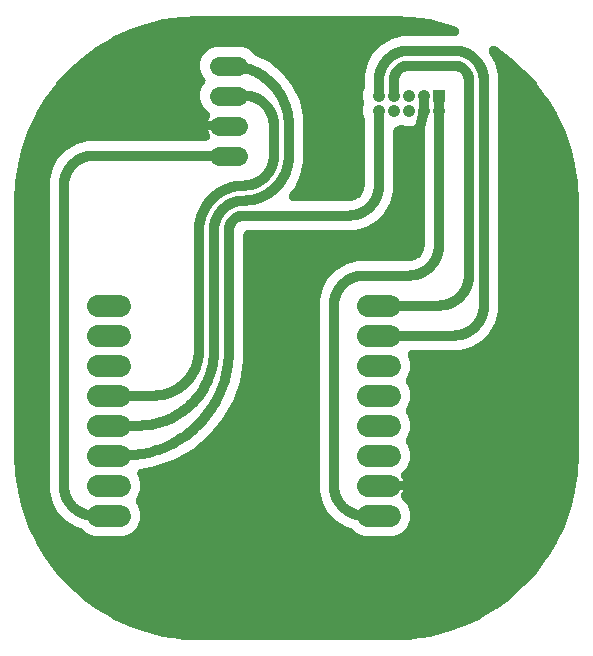
<source format=gbr>
G04 EAGLE Gerber X2 export*
%TF.Part,Single*%
%TF.FileFunction,Copper,L1,Top,Mixed*%
%TF.FilePolarity,Positive*%
%TF.GenerationSoftware,Autodesk,EAGLE,9.0.1*%
%TF.CreationDate,2018-06-20T13:34:44Z*%
G75*
%MOMM*%
%FSLAX34Y34*%
%LPD*%
%AMOC8*
5,1,8,0,0,1.08239X$1,22.5*%
G01*
%ADD10C,1.600200*%
%ADD11R,1.058000X1.058000*%
%ADD12C,1.058000*%
%ADD13C,1.828800*%
%ADD14C,0.812800*%

G36*
X343022Y21345D02*
X343022Y21345D01*
X343099Y21342D01*
X358037Y22076D01*
X358312Y22108D01*
X358434Y22115D01*
X373228Y24309D01*
X373499Y24369D01*
X373619Y24387D01*
X388127Y28021D01*
X388390Y28107D01*
X388508Y28137D01*
X402590Y33175D01*
X402844Y33287D01*
X402958Y33328D01*
X416478Y39722D01*
X416720Y39858D01*
X416830Y39910D01*
X429658Y47599D01*
X429885Y47758D01*
X429989Y47820D01*
X442002Y56730D01*
X442213Y56910D01*
X442310Y56983D01*
X453392Y67026D01*
X453584Y67227D01*
X453674Y67308D01*
X463717Y78390D01*
X463889Y78608D01*
X463970Y78698D01*
X472880Y90711D01*
X473029Y90944D01*
X473101Y91042D01*
X480790Y103870D01*
X480916Y104118D01*
X480978Y104222D01*
X487372Y117742D01*
X487473Y118000D01*
X487525Y118110D01*
X492563Y132192D01*
X492638Y132459D01*
X492679Y132573D01*
X496313Y147081D01*
X496362Y147354D01*
X496391Y147472D01*
X498585Y162266D01*
X498607Y162543D01*
X498625Y162663D01*
X499358Y177601D01*
X499356Y177723D01*
X499363Y177800D01*
X499363Y393700D01*
X499355Y393822D01*
X499358Y393899D01*
X498625Y408837D01*
X498592Y409112D01*
X498585Y409234D01*
X496391Y424028D01*
X496331Y424299D01*
X496313Y424419D01*
X492679Y438927D01*
X492593Y439190D01*
X492563Y439308D01*
X487525Y453390D01*
X487472Y453511D01*
X487442Y453601D01*
X487396Y453692D01*
X487372Y453758D01*
X480978Y467278D01*
X480842Y467520D01*
X480790Y467630D01*
X473101Y480458D01*
X472942Y480685D01*
X472880Y480789D01*
X463970Y492802D01*
X463790Y493013D01*
X463717Y493110D01*
X453674Y504192D01*
X453474Y504384D01*
X453392Y504474D01*
X442310Y514517D01*
X442092Y514689D01*
X442002Y514770D01*
X429989Y523680D01*
X429755Y523829D01*
X429658Y523901D01*
X429246Y524148D01*
X429147Y524198D01*
X429054Y524256D01*
X428894Y524327D01*
X428738Y524406D01*
X428633Y524442D01*
X428533Y524486D01*
X428364Y524534D01*
X428198Y524590D01*
X428090Y524611D01*
X427985Y524641D01*
X427811Y524665D01*
X427639Y524697D01*
X427529Y524703D01*
X427420Y524718D01*
X427245Y524717D01*
X427070Y524725D01*
X426960Y524715D01*
X426850Y524715D01*
X426677Y524689D01*
X426502Y524673D01*
X426395Y524648D01*
X426286Y524632D01*
X426118Y524582D01*
X425948Y524542D01*
X425845Y524502D01*
X425740Y524471D01*
X425580Y524399D01*
X425417Y524335D01*
X425321Y524281D01*
X425221Y524235D01*
X425073Y524141D01*
X424920Y524055D01*
X424833Y523988D01*
X424740Y523929D01*
X424607Y523816D01*
X424468Y523709D01*
X424391Y523631D01*
X424307Y523559D01*
X424191Y523428D01*
X424068Y523303D01*
X424003Y523215D01*
X423930Y523132D01*
X423833Y522986D01*
X423729Y522845D01*
X423677Y522749D01*
X423616Y522656D01*
X423541Y522498D01*
X423458Y522344D01*
X423419Y522241D01*
X423372Y522142D01*
X423320Y521974D01*
X423259Y521810D01*
X423235Y521703D01*
X423203Y521598D01*
X423174Y521425D01*
X423137Y521254D01*
X423128Y521144D01*
X423111Y521035D01*
X423107Y520860D01*
X423094Y520685D01*
X423101Y520576D01*
X423098Y520466D01*
X423119Y520291D01*
X423131Y520117D01*
X423153Y520009D01*
X423166Y519900D01*
X423211Y519730D01*
X423246Y519559D01*
X423284Y519456D01*
X423312Y519349D01*
X423360Y519243D01*
X423439Y519023D01*
X423589Y518740D01*
X423638Y518631D01*
X428731Y509810D01*
X431293Y500249D01*
X431293Y299851D01*
X428731Y290290D01*
X423782Y281717D01*
X416783Y274718D01*
X408210Y269769D01*
X398649Y267207D01*
X358650Y267207D01*
X358478Y267195D01*
X358305Y267193D01*
X358194Y267175D01*
X358082Y267167D01*
X357913Y267131D01*
X357742Y267105D01*
X357635Y267072D01*
X357525Y267048D01*
X357363Y266989D01*
X357197Y266939D01*
X357095Y266891D01*
X356990Y266852D01*
X356837Y266771D01*
X356681Y266698D01*
X356587Y266637D01*
X356487Y266584D01*
X356348Y266482D01*
X356203Y266388D01*
X356118Y266314D01*
X356027Y266247D01*
X355903Y266127D01*
X355773Y266013D01*
X355700Y265928D01*
X355619Y265850D01*
X355513Y265713D01*
X355400Y265583D01*
X355339Y265488D01*
X355270Y265399D01*
X355185Y265249D01*
X355091Y265104D01*
X355044Y265002D01*
X354988Y264904D01*
X354924Y264743D01*
X354852Y264587D01*
X354819Y264479D01*
X354778Y264375D01*
X354737Y264206D01*
X354687Y264041D01*
X354670Y263930D01*
X354644Y263821D01*
X354627Y263649D01*
X354601Y263478D01*
X354599Y263366D01*
X354589Y263254D01*
X354596Y263081D01*
X354594Y262908D01*
X354608Y262797D01*
X354613Y262684D01*
X354645Y262514D01*
X354667Y262343D01*
X354692Y262262D01*
X354717Y262124D01*
X354893Y261601D01*
X354896Y261589D01*
X356617Y257436D01*
X356617Y250564D01*
X353987Y244216D01*
X353944Y244173D01*
X353794Y243999D01*
X353638Y243830D01*
X353607Y243784D01*
X353571Y243743D01*
X353446Y243550D01*
X353315Y243360D01*
X353291Y243311D01*
X353261Y243265D01*
X353164Y243055D01*
X353062Y242850D01*
X353044Y242798D01*
X353021Y242748D01*
X352954Y242527D01*
X352882Y242309D01*
X352872Y242255D01*
X352856Y242203D01*
X352821Y241975D01*
X352779Y241749D01*
X352777Y241694D01*
X352769Y241640D01*
X352765Y241410D01*
X352756Y241179D01*
X352762Y241125D01*
X352761Y241070D01*
X352790Y240842D01*
X352813Y240612D01*
X352826Y240559D01*
X352833Y240505D01*
X352894Y240282D01*
X352949Y240059D01*
X352969Y240008D01*
X352983Y239955D01*
X353075Y239743D01*
X353160Y239530D01*
X353187Y239482D01*
X353209Y239432D01*
X353329Y239235D01*
X353444Y239036D01*
X353472Y239001D01*
X353506Y238946D01*
X353868Y238505D01*
X353916Y238461D01*
X353945Y238427D01*
X353987Y238384D01*
X355335Y235129D01*
X355336Y235129D01*
X356617Y232036D01*
X356617Y225164D01*
X353987Y218816D01*
X353944Y218773D01*
X353794Y218599D01*
X353638Y218430D01*
X353607Y218384D01*
X353571Y218343D01*
X353446Y218150D01*
X353315Y217960D01*
X353291Y217911D01*
X353261Y217865D01*
X353164Y217656D01*
X353062Y217450D01*
X353044Y217398D01*
X353021Y217348D01*
X352954Y217127D01*
X352882Y216909D01*
X352872Y216855D01*
X352856Y216803D01*
X352821Y216575D01*
X352779Y216349D01*
X352777Y216294D01*
X352769Y216240D01*
X352765Y216010D01*
X352756Y215779D01*
X352762Y215725D01*
X352761Y215670D01*
X352790Y215442D01*
X352813Y215212D01*
X352826Y215159D01*
X352833Y215105D01*
X352894Y214882D01*
X352949Y214659D01*
X352969Y214608D01*
X352983Y214555D01*
X353075Y214343D01*
X353160Y214130D01*
X353187Y214082D01*
X353209Y214032D01*
X353329Y213835D01*
X353444Y213636D01*
X353472Y213601D01*
X353506Y213546D01*
X353868Y213105D01*
X353916Y213061D01*
X353945Y213027D01*
X353987Y212984D01*
X356617Y206636D01*
X356617Y199764D01*
X353987Y193416D01*
X353944Y193373D01*
X353794Y193199D01*
X353638Y193030D01*
X353607Y192984D01*
X353571Y192943D01*
X353446Y192750D01*
X353315Y192560D01*
X353291Y192511D01*
X353261Y192465D01*
X353164Y192256D01*
X353062Y192050D01*
X353044Y191998D01*
X353021Y191948D01*
X352954Y191727D01*
X352882Y191509D01*
X352872Y191455D01*
X352856Y191403D01*
X352821Y191175D01*
X352779Y190949D01*
X352777Y190894D01*
X352769Y190840D01*
X352765Y190610D01*
X352756Y190379D01*
X352762Y190325D01*
X352761Y190270D01*
X352790Y190042D01*
X352813Y189812D01*
X352826Y189759D01*
X352833Y189705D01*
X352894Y189482D01*
X352949Y189259D01*
X352969Y189208D01*
X352983Y189155D01*
X353075Y188943D01*
X353160Y188730D01*
X353187Y188682D01*
X353209Y188632D01*
X353329Y188435D01*
X353444Y188236D01*
X353472Y188201D01*
X353506Y188146D01*
X353868Y187705D01*
X353916Y187661D01*
X353945Y187627D01*
X353987Y187584D01*
X356617Y181236D01*
X356617Y174364D01*
X353987Y168016D01*
X349754Y163783D01*
X349625Y163634D01*
X349490Y163492D01*
X349439Y163420D01*
X349380Y163352D01*
X349273Y163187D01*
X349160Y163028D01*
X349119Y162949D01*
X349070Y162874D01*
X348988Y162696D01*
X348897Y162522D01*
X348868Y162438D01*
X348831Y162357D01*
X348774Y162170D01*
X348709Y161984D01*
X348691Y161897D01*
X348665Y161812D01*
X348635Y161618D01*
X348597Y161426D01*
X348592Y161337D01*
X348578Y161249D01*
X348575Y161053D01*
X348564Y160857D01*
X348572Y160768D01*
X348570Y160679D01*
X348595Y160484D01*
X348612Y160289D01*
X348631Y160202D01*
X348642Y160114D01*
X348694Y159925D01*
X348738Y159733D01*
X348769Y159650D01*
X348793Y159565D01*
X348871Y159384D01*
X348941Y159201D01*
X348976Y159141D01*
X349019Y159041D01*
X349315Y158555D01*
X349331Y158536D01*
X349335Y158529D01*
X350173Y156885D01*
X350310Y156463D01*
X330200Y156463D01*
X329971Y156447D01*
X329741Y156437D01*
X329687Y156427D01*
X329632Y156423D01*
X329407Y156375D01*
X329181Y156333D01*
X329128Y156316D01*
X329075Y156304D01*
X328859Y156225D01*
X328640Y156152D01*
X328591Y156127D01*
X328540Y156109D01*
X328337Y156000D01*
X328131Y155897D01*
X328086Y155866D01*
X328037Y155840D01*
X327852Y155704D01*
X327662Y155573D01*
X327622Y155536D01*
X327577Y155503D01*
X327413Y155343D01*
X327243Y155187D01*
X327208Y155144D01*
X327169Y155106D01*
X327028Y154924D01*
X326882Y154746D01*
X326854Y154699D01*
X326820Y154655D01*
X326706Y154455D01*
X326587Y154259D01*
X326565Y154208D01*
X326538Y154160D01*
X326453Y153946D01*
X326363Y153735D01*
X326348Y153682D01*
X326328Y153631D01*
X326274Y153406D01*
X326214Y153185D01*
X326209Y153141D01*
X326194Y153077D01*
X326139Y152510D01*
X326140Y152467D01*
X326141Y152444D01*
X326137Y152400D01*
X326153Y152170D01*
X326163Y151940D01*
X326173Y151886D01*
X326177Y151831D01*
X326225Y151606D01*
X326267Y151380D01*
X326285Y151328D01*
X326296Y151274D01*
X326375Y151058D01*
X326448Y150840D01*
X326473Y150791D01*
X326492Y150739D01*
X326601Y150536D01*
X326704Y150330D01*
X326735Y150285D01*
X326761Y150237D01*
X326896Y150051D01*
X327027Y149862D01*
X327065Y149821D01*
X327097Y149777D01*
X327257Y149612D01*
X327414Y149443D01*
X327456Y149408D01*
X327495Y149369D01*
X327676Y149228D01*
X327855Y149082D01*
X327902Y149053D01*
X327945Y149020D01*
X328145Y148906D01*
X328342Y148786D01*
X328392Y148765D01*
X328440Y148738D01*
X328655Y148652D01*
X328866Y148562D01*
X328918Y148548D01*
X328970Y148527D01*
X329194Y148473D01*
X329416Y148413D01*
X329460Y148409D01*
X329524Y148393D01*
X330091Y148338D01*
X330156Y148341D01*
X330200Y148337D01*
X350310Y148337D01*
X350173Y147915D01*
X349336Y146273D01*
X349236Y146113D01*
X349125Y145951D01*
X349085Y145871D01*
X349038Y145796D01*
X348958Y145616D01*
X348871Y145440D01*
X348843Y145356D01*
X348807Y145275D01*
X348753Y145086D01*
X348691Y144900D01*
X348675Y144812D01*
X348651Y144727D01*
X348624Y144533D01*
X348589Y144339D01*
X348585Y144250D01*
X348573Y144163D01*
X348574Y143967D01*
X348566Y143770D01*
X348574Y143681D01*
X348575Y143593D01*
X348603Y143399D01*
X348622Y143203D01*
X348644Y143117D01*
X348656Y143029D01*
X348711Y142840D01*
X348758Y142650D01*
X348791Y142567D01*
X348816Y142482D01*
X348897Y142303D01*
X348970Y142121D01*
X349014Y142044D01*
X349050Y141963D01*
X349155Y141797D01*
X349253Y141626D01*
X349297Y141573D01*
X349355Y141481D01*
X349724Y141047D01*
X349743Y141031D01*
X349754Y141017D01*
X353987Y136784D01*
X356617Y130436D01*
X356617Y123564D01*
X353987Y117216D01*
X349128Y112357D01*
X342780Y109727D01*
X317620Y109727D01*
X311272Y112357D01*
X308226Y115402D01*
X308152Y115467D01*
X308083Y115539D01*
X307937Y115654D01*
X307796Y115776D01*
X307713Y115830D01*
X307636Y115891D01*
X307474Y115985D01*
X307318Y116086D01*
X307228Y116128D01*
X307143Y116177D01*
X307031Y116219D01*
X306801Y116326D01*
X306519Y116411D01*
X306405Y116454D01*
X302990Y117369D01*
X294417Y122318D01*
X287418Y129317D01*
X282469Y137890D01*
X279907Y147451D01*
X279907Y309749D01*
X282469Y319310D01*
X287418Y327883D01*
X294417Y334882D01*
X302990Y339831D01*
X312551Y342393D01*
X355600Y342393D01*
X355768Y342405D01*
X355866Y342401D01*
X357059Y342480D01*
X357063Y342480D01*
X357067Y342480D01*
X357086Y342483D01*
X357624Y342557D01*
X357760Y342595D01*
X357845Y342609D01*
X360151Y343227D01*
X360280Y343272D01*
X360413Y343307D01*
X360510Y343351D01*
X360690Y343413D01*
X361038Y343591D01*
X361131Y343633D01*
X363198Y344827D01*
X363312Y344903D01*
X363431Y344972D01*
X363512Y345039D01*
X363670Y345145D01*
X363961Y345408D01*
X364040Y345472D01*
X365728Y347160D01*
X365818Y347264D01*
X365915Y347361D01*
X365976Y347447D01*
X366101Y347590D01*
X366314Y347919D01*
X366373Y348002D01*
X367567Y350069D01*
X367627Y350192D01*
X367696Y350311D01*
X367733Y350410D01*
X367816Y350581D01*
X367937Y350954D01*
X367973Y351049D01*
X368591Y353355D01*
X368591Y353359D01*
X368593Y353363D01*
X368596Y353382D01*
X368699Y353914D01*
X368706Y354055D01*
X368720Y354141D01*
X368799Y355334D01*
X368798Y355503D01*
X368807Y355600D01*
X368807Y454765D01*
X368795Y454938D01*
X368793Y455110D01*
X368775Y455221D01*
X368767Y455334D01*
X368731Y455503D01*
X368705Y455673D01*
X368672Y455781D01*
X368648Y455891D01*
X368589Y456053D01*
X368539Y456218D01*
X368491Y456320D01*
X368452Y456426D01*
X368371Y456578D01*
X368298Y456735D01*
X368237Y456829D01*
X368184Y456928D01*
X368082Y457068D01*
X367988Y457213D01*
X367914Y457297D01*
X367847Y457388D01*
X367727Y457512D01*
X367613Y457642D01*
X367528Y457716D01*
X367450Y457796D01*
X367313Y457902D01*
X367183Y458015D01*
X367088Y458076D01*
X366999Y458145D01*
X366849Y458231D01*
X366704Y458324D01*
X366602Y458372D01*
X366504Y458427D01*
X366343Y458491D01*
X366187Y458564D01*
X366079Y458596D01*
X365975Y458638D01*
X365807Y458678D01*
X365641Y458728D01*
X365530Y458745D01*
X365421Y458772D01*
X365249Y458788D01*
X365078Y458815D01*
X364966Y458816D01*
X364854Y458827D01*
X364681Y458820D01*
X364508Y458822D01*
X364397Y458807D01*
X364284Y458802D01*
X364115Y458771D01*
X363943Y458749D01*
X363861Y458724D01*
X363724Y458698D01*
X363202Y458523D01*
X363189Y458519D01*
X358269Y456481D01*
X352931Y456481D01*
X350805Y457362D01*
X350748Y457381D01*
X350693Y457406D01*
X350478Y457471D01*
X350265Y457542D01*
X350205Y457553D01*
X350147Y457571D01*
X349926Y457605D01*
X349704Y457646D01*
X349644Y457648D01*
X349584Y457657D01*
X349360Y457660D01*
X349135Y457670D01*
X349075Y457664D01*
X349014Y457664D01*
X348792Y457636D01*
X348568Y457613D01*
X348509Y457599D01*
X348449Y457591D01*
X348337Y457557D01*
X348014Y457479D01*
X347805Y457395D01*
X347695Y457362D01*
X344901Y456205D01*
X344899Y456203D01*
X344896Y456202D01*
X344639Y456074D01*
X344391Y455950D01*
X344389Y455949D01*
X344387Y455947D01*
X344152Y455785D01*
X343922Y455627D01*
X343920Y455625D01*
X343918Y455623D01*
X343705Y455428D01*
X343503Y455241D01*
X343501Y455239D01*
X343499Y455237D01*
X343311Y455008D01*
X343141Y454801D01*
X343140Y454798D01*
X343138Y454796D01*
X342989Y454550D01*
X342845Y454314D01*
X342844Y454311D01*
X342843Y454309D01*
X342731Y454049D01*
X342620Y453790D01*
X342619Y453788D01*
X342618Y453785D01*
X342544Y453513D01*
X342470Y453241D01*
X342470Y453238D01*
X342469Y453235D01*
X342468Y453222D01*
X342399Y452675D01*
X342401Y452536D01*
X342393Y452451D01*
X342393Y401451D01*
X339831Y391890D01*
X334882Y383318D01*
X327882Y376318D01*
X319310Y371369D01*
X309749Y368807D01*
X219456Y368807D01*
X219227Y368791D01*
X218996Y368781D01*
X218942Y368771D01*
X218888Y368767D01*
X218662Y368719D01*
X218436Y368677D01*
X218384Y368660D01*
X218330Y368648D01*
X218114Y368569D01*
X217896Y368496D01*
X217847Y368471D01*
X217795Y368452D01*
X217592Y368344D01*
X217387Y368241D01*
X217341Y368210D01*
X217293Y368184D01*
X217107Y368048D01*
X216918Y367917D01*
X216877Y367880D01*
X216833Y367847D01*
X216668Y367687D01*
X216499Y367531D01*
X216464Y367488D01*
X216425Y367450D01*
X216284Y367268D01*
X216138Y367090D01*
X216110Y367042D01*
X216076Y366999D01*
X215962Y366799D01*
X215843Y366602D01*
X215821Y366552D01*
X215794Y366504D01*
X215709Y366290D01*
X215618Y366079D01*
X215604Y366026D01*
X215584Y365975D01*
X215529Y365750D01*
X215469Y365529D01*
X215465Y365485D01*
X215449Y365421D01*
X215394Y364854D01*
X215397Y364788D01*
X215393Y364744D01*
X215393Y257856D01*
X212321Y240435D01*
X206271Y223813D01*
X197427Y208494D01*
X186056Y194944D01*
X172506Y183573D01*
X157187Y174729D01*
X140565Y168679D01*
X128899Y166622D01*
X128798Y166597D01*
X128697Y166581D01*
X128523Y166528D01*
X128346Y166484D01*
X128250Y166445D01*
X128151Y166415D01*
X127987Y166338D01*
X127818Y166270D01*
X127729Y166218D01*
X127635Y166174D01*
X127482Y166075D01*
X127325Y165984D01*
X127244Y165920D01*
X127157Y165864D01*
X127020Y165744D01*
X126877Y165632D01*
X126806Y165558D01*
X126727Y165490D01*
X126608Y165352D01*
X126482Y165221D01*
X126422Y165137D01*
X126354Y165059D01*
X126256Y164906D01*
X126149Y164759D01*
X126101Y164667D01*
X126045Y164580D01*
X125969Y164415D01*
X125884Y164254D01*
X125849Y164157D01*
X125806Y164063D01*
X125753Y163889D01*
X125692Y163718D01*
X125671Y163617D01*
X125642Y163518D01*
X125614Y163338D01*
X125577Y163160D01*
X125571Y163057D01*
X125555Y162955D01*
X125553Y162773D01*
X125541Y162591D01*
X125549Y162488D01*
X125548Y162385D01*
X125571Y162205D01*
X125585Y162023D01*
X125608Y161922D01*
X125621Y161820D01*
X125655Y161706D01*
X125708Y161467D01*
X125815Y161181D01*
X125851Y161065D01*
X127150Y157928D01*
X127150Y157927D01*
X128017Y155836D01*
X128017Y148964D01*
X125387Y142616D01*
X125344Y142573D01*
X125194Y142399D01*
X125038Y142230D01*
X125007Y142184D01*
X124971Y142143D01*
X124846Y141950D01*
X124715Y141760D01*
X124691Y141711D01*
X124661Y141665D01*
X124564Y141456D01*
X124462Y141250D01*
X124444Y141198D01*
X124421Y141148D01*
X124354Y140927D01*
X124282Y140709D01*
X124272Y140655D01*
X124256Y140603D01*
X124221Y140375D01*
X124179Y140149D01*
X124177Y140094D01*
X124169Y140040D01*
X124165Y139810D01*
X124156Y139579D01*
X124162Y139525D01*
X124161Y139470D01*
X124190Y139242D01*
X124213Y139012D01*
X124226Y138959D01*
X124233Y138905D01*
X124294Y138682D01*
X124349Y138459D01*
X124369Y138408D01*
X124383Y138355D01*
X124475Y138143D01*
X124560Y137930D01*
X124587Y137882D01*
X124609Y137832D01*
X124729Y137635D01*
X124844Y137436D01*
X124872Y137401D01*
X124906Y137346D01*
X125268Y136905D01*
X125316Y136861D01*
X125345Y136827D01*
X125387Y136784D01*
X128017Y130436D01*
X128017Y123564D01*
X125387Y117216D01*
X120528Y112357D01*
X114180Y109727D01*
X89020Y109727D01*
X82672Y112357D01*
X79626Y115402D01*
X79552Y115467D01*
X79483Y115539D01*
X79337Y115654D01*
X79196Y115776D01*
X79113Y115830D01*
X79036Y115891D01*
X78875Y115984D01*
X78718Y116086D01*
X78628Y116128D01*
X78543Y116177D01*
X78431Y116219D01*
X78201Y116326D01*
X77919Y116411D01*
X77805Y116454D01*
X74390Y117369D01*
X65818Y122318D01*
X58818Y129317D01*
X53869Y137890D01*
X51307Y147451D01*
X51307Y411349D01*
X53869Y420910D01*
X58818Y429483D01*
X65817Y436482D01*
X74390Y441431D01*
X83951Y443993D01*
X182898Y443993D01*
X182958Y443997D01*
X183018Y443995D01*
X183242Y444017D01*
X183466Y444033D01*
X183525Y444045D01*
X183585Y444051D01*
X183804Y444105D01*
X184023Y444152D01*
X184080Y444172D01*
X184139Y444187D01*
X184347Y444270D01*
X184558Y444348D01*
X184612Y444376D01*
X184668Y444398D01*
X184862Y444510D01*
X185061Y444616D01*
X185110Y444652D01*
X185162Y444682D01*
X185253Y444757D01*
X185521Y444953D01*
X185682Y445110D01*
X185771Y445183D01*
X186287Y445699D01*
X186416Y445848D01*
X186551Y445990D01*
X186603Y446062D01*
X186661Y446130D01*
X186768Y446294D01*
X186882Y446454D01*
X186923Y446533D01*
X186971Y446608D01*
X187054Y446786D01*
X187144Y446960D01*
X187173Y447044D01*
X187211Y447125D01*
X187268Y447313D01*
X187333Y447498D01*
X187350Y447585D01*
X187376Y447670D01*
X187406Y447864D01*
X187445Y448056D01*
X187450Y448145D01*
X187463Y448233D01*
X187466Y448429D01*
X187477Y448625D01*
X187470Y448714D01*
X187471Y448803D01*
X187446Y448997D01*
X187430Y449193D01*
X187410Y449280D01*
X187399Y449368D01*
X187347Y449557D01*
X187304Y449749D01*
X187272Y449832D01*
X187249Y449917D01*
X187171Y450098D01*
X187101Y450281D01*
X187066Y450341D01*
X187023Y450441D01*
X186726Y450927D01*
X186711Y450946D01*
X186702Y450961D01*
X186183Y451675D01*
X185438Y453137D01*
X203200Y453137D01*
X203429Y453153D01*
X203659Y453163D01*
X203713Y453173D01*
X203768Y453177D01*
X203993Y453225D01*
X204219Y453267D01*
X204272Y453284D01*
X204325Y453296D01*
X204541Y453375D01*
X204760Y453448D01*
X204809Y453473D01*
X204860Y453491D01*
X205063Y453600D01*
X205269Y453703D01*
X205314Y453734D01*
X205363Y453760D01*
X205548Y453896D01*
X205738Y454027D01*
X205778Y454064D01*
X205823Y454097D01*
X205987Y454257D01*
X206157Y454413D01*
X206192Y454456D01*
X206231Y454494D01*
X206372Y454676D01*
X206518Y454854D01*
X206546Y454901D01*
X206580Y454945D01*
X206694Y455144D01*
X206813Y455341D01*
X206835Y455392D01*
X206862Y455440D01*
X206947Y455654D01*
X207037Y455865D01*
X207052Y455918D01*
X207072Y455969D01*
X207126Y456194D01*
X207186Y456415D01*
X207191Y456459D01*
X207206Y456523D01*
X207261Y457090D01*
X207259Y457156D01*
X207263Y457200D01*
X207247Y457430D01*
X207237Y457660D01*
X207227Y457714D01*
X207223Y457769D01*
X207175Y457994D01*
X207133Y458220D01*
X207115Y458272D01*
X207104Y458326D01*
X207025Y458542D01*
X206952Y458760D01*
X206927Y458809D01*
X206908Y458861D01*
X206799Y459064D01*
X206696Y459270D01*
X206665Y459315D01*
X206639Y459363D01*
X206504Y459549D01*
X206373Y459738D01*
X206335Y459779D01*
X206303Y459823D01*
X206143Y459988D01*
X205986Y460157D01*
X205944Y460192D01*
X205905Y460231D01*
X205724Y460372D01*
X205545Y460518D01*
X205498Y460547D01*
X205455Y460580D01*
X205255Y460694D01*
X205058Y460813D01*
X205008Y460835D01*
X204960Y460862D01*
X204745Y460948D01*
X204534Y461038D01*
X204482Y461052D01*
X204430Y461073D01*
X204206Y461127D01*
X203984Y461187D01*
X203940Y461191D01*
X203876Y461207D01*
X203309Y461262D01*
X203244Y461259D01*
X203200Y461263D01*
X185438Y461263D01*
X186183Y462725D01*
X186702Y463439D01*
X186806Y463606D01*
X186917Y463767D01*
X186956Y463847D01*
X187003Y463922D01*
X187083Y464102D01*
X187170Y464277D01*
X187198Y464362D01*
X187235Y464443D01*
X187288Y464632D01*
X187350Y464818D01*
X187366Y464906D01*
X187391Y464991D01*
X187417Y465185D01*
X187453Y465379D01*
X187456Y465468D01*
X187469Y465556D01*
X187468Y465752D01*
X187476Y465948D01*
X187467Y466036D01*
X187467Y466125D01*
X187439Y466320D01*
X187419Y466515D01*
X187398Y466601D01*
X187385Y466689D01*
X187330Y466878D01*
X187284Y467068D01*
X187250Y467151D01*
X187226Y467236D01*
X187145Y467415D01*
X187072Y467597D01*
X187028Y467674D01*
X186991Y467756D01*
X186886Y467921D01*
X186788Y468092D01*
X186744Y468145D01*
X186686Y468237D01*
X186317Y468671D01*
X186299Y468687D01*
X186288Y468701D01*
X181525Y473463D01*
X179069Y479392D01*
X179069Y485808D01*
X181525Y491737D01*
X182215Y492427D01*
X182366Y492601D01*
X182521Y492770D01*
X182553Y492816D01*
X182589Y492857D01*
X182714Y493050D01*
X182844Y493240D01*
X182869Y493289D01*
X182898Y493335D01*
X182995Y493544D01*
X183098Y493750D01*
X183115Y493802D01*
X183138Y493852D01*
X183205Y494072D01*
X183278Y494291D01*
X183288Y494345D01*
X183304Y494397D01*
X183339Y494625D01*
X183380Y494851D01*
X183382Y494906D01*
X183391Y494960D01*
X183394Y495190D01*
X183403Y495421D01*
X183398Y495475D01*
X183399Y495530D01*
X183369Y495758D01*
X183346Y495987D01*
X183333Y496041D01*
X183326Y496095D01*
X183266Y496317D01*
X183211Y496541D01*
X183190Y496592D01*
X183176Y496645D01*
X183085Y496856D01*
X182999Y497070D01*
X182972Y497118D01*
X182950Y497168D01*
X182830Y497365D01*
X182716Y497564D01*
X182688Y497598D01*
X182653Y497654D01*
X182292Y498094D01*
X182243Y498139D01*
X182215Y498173D01*
X181525Y498863D01*
X179069Y504792D01*
X179069Y511208D01*
X181525Y517137D01*
X186062Y521674D01*
X191991Y524130D01*
X214409Y524130D01*
X220338Y521674D01*
X225271Y516741D01*
X225274Y516738D01*
X225277Y516735D01*
X225484Y516556D01*
X225701Y516367D01*
X225705Y516365D01*
X225707Y516363D01*
X225723Y516353D01*
X226179Y516057D01*
X226307Y515998D01*
X226381Y515953D01*
X236926Y510875D01*
X248024Y502024D01*
X256875Y490926D01*
X263034Y478137D01*
X266193Y464298D01*
X266193Y426133D01*
X263671Y415084D01*
X262749Y413169D01*
X262748Y413169D01*
X260792Y409106D01*
X260792Y409105D01*
X258835Y405043D01*
X258835Y405042D01*
X258754Y404873D01*
X254699Y399789D01*
X254601Y399647D01*
X254496Y399511D01*
X254440Y399413D01*
X254376Y399320D01*
X254299Y399166D01*
X254214Y399016D01*
X254172Y398911D01*
X254122Y398810D01*
X254067Y398647D01*
X254004Y398487D01*
X253977Y398377D01*
X253941Y398270D01*
X253910Y398100D01*
X253869Y397933D01*
X253859Y397820D01*
X253838Y397709D01*
X253831Y397537D01*
X253814Y397366D01*
X253819Y397253D01*
X253814Y397140D01*
X253831Y396969D01*
X253839Y396796D01*
X253859Y396685D01*
X253871Y396573D01*
X253911Y396406D01*
X253943Y396236D01*
X253979Y396129D01*
X254005Y396019D01*
X254069Y395860D01*
X254124Y395696D01*
X254175Y395595D01*
X254216Y395490D01*
X254302Y395341D01*
X254379Y395187D01*
X254443Y395094D01*
X254499Y394996D01*
X254605Y394860D01*
X254703Y394718D01*
X254780Y394635D01*
X254849Y394546D01*
X254972Y394426D01*
X255089Y394299D01*
X255177Y394227D01*
X255258Y394149D01*
X255397Y394047D01*
X255530Y393938D01*
X255627Y393880D01*
X255718Y393813D01*
X255870Y393732D01*
X256018Y393643D01*
X256121Y393598D01*
X256221Y393545D01*
X256383Y393486D01*
X256541Y393418D01*
X256650Y393389D01*
X256756Y393350D01*
X256925Y393314D01*
X257091Y393269D01*
X257177Y393261D01*
X257314Y393232D01*
X257861Y393194D01*
X257876Y393193D01*
X304800Y393193D01*
X304968Y393205D01*
X305066Y393201D01*
X306259Y393280D01*
X306263Y393280D01*
X306267Y393280D01*
X306286Y393283D01*
X306824Y393357D01*
X306960Y393395D01*
X307045Y393409D01*
X309351Y394027D01*
X309480Y394072D01*
X309613Y394107D01*
X309710Y394151D01*
X309890Y394213D01*
X310238Y394391D01*
X310331Y394433D01*
X312398Y395627D01*
X312512Y395703D01*
X312631Y395772D01*
X312712Y395839D01*
X312870Y395945D01*
X313043Y396101D01*
X313063Y396116D01*
X313111Y396163D01*
X313161Y396208D01*
X313240Y396272D01*
X314928Y397960D01*
X315017Y398064D01*
X315115Y398160D01*
X315176Y398247D01*
X315301Y398390D01*
X315514Y398719D01*
X315573Y398802D01*
X316767Y400869D01*
X316827Y400992D01*
X316896Y401111D01*
X316933Y401210D01*
X317016Y401381D01*
X317137Y401754D01*
X317173Y401849D01*
X317791Y404155D01*
X317791Y404159D01*
X317793Y404163D01*
X317796Y404182D01*
X317899Y404714D01*
X317906Y404855D01*
X317920Y404941D01*
X317999Y406134D01*
X317998Y406303D01*
X318007Y406400D01*
X318007Y463463D01*
X317999Y463581D01*
X318000Y463698D01*
X317979Y463864D01*
X317967Y464031D01*
X317943Y464146D01*
X317928Y464263D01*
X317894Y464373D01*
X317848Y464588D01*
X317732Y464906D01*
X317698Y465018D01*
X316781Y467231D01*
X316781Y472569D01*
X317662Y474695D01*
X317681Y474752D01*
X317706Y474807D01*
X317771Y475022D01*
X317842Y475235D01*
X317853Y475295D01*
X317871Y475353D01*
X317905Y475575D01*
X317946Y475796D01*
X317948Y475856D01*
X317957Y475916D01*
X317960Y476141D01*
X317970Y476365D01*
X317964Y476425D01*
X317964Y476486D01*
X317936Y476708D01*
X317913Y476932D01*
X317899Y476991D01*
X317891Y477051D01*
X317857Y477163D01*
X317779Y477486D01*
X317695Y477695D01*
X317662Y477805D01*
X316781Y479931D01*
X316781Y485269D01*
X317698Y487482D01*
X317735Y487594D01*
X317782Y487703D01*
X317825Y487864D01*
X317879Y488023D01*
X317900Y488139D01*
X317931Y488253D01*
X317942Y488366D01*
X317982Y488583D01*
X317996Y488921D01*
X318007Y489037D01*
X318007Y500249D01*
X320569Y509810D01*
X325518Y518382D01*
X332517Y525382D01*
X341090Y530331D01*
X350651Y532893D01*
X394355Y532893D01*
X394512Y532904D01*
X394669Y532905D01*
X394795Y532924D01*
X394923Y532933D01*
X395077Y532966D01*
X395233Y532989D01*
X395355Y533025D01*
X395480Y533052D01*
X395628Y533106D01*
X395779Y533151D01*
X395895Y533204D01*
X396016Y533248D01*
X396154Y533322D01*
X396297Y533387D01*
X396405Y533456D01*
X396518Y533516D01*
X396645Y533609D01*
X396778Y533694D01*
X396875Y533777D01*
X396978Y533853D01*
X397090Y533962D01*
X397210Y534065D01*
X397295Y534161D01*
X397386Y534250D01*
X397483Y534375D01*
X397586Y534493D01*
X397657Y534600D01*
X397735Y534701D01*
X397813Y534838D01*
X397899Y534969D01*
X397954Y535085D01*
X398017Y535196D01*
X398075Y535342D01*
X398142Y535484D01*
X398180Y535606D01*
X398227Y535725D01*
X398264Y535879D01*
X398311Y536029D01*
X398331Y536155D01*
X398361Y536279D01*
X398377Y536436D01*
X398402Y536591D01*
X398404Y536719D01*
X398417Y536846D01*
X398410Y537004D01*
X398413Y537161D01*
X398398Y537288D01*
X398392Y537416D01*
X398363Y537570D01*
X398344Y537726D01*
X398311Y537850D01*
X398288Y537976D01*
X398238Y538125D01*
X398197Y538277D01*
X398148Y538395D01*
X398107Y538516D01*
X398036Y538657D01*
X397975Y538801D01*
X397909Y538911D01*
X397852Y539025D01*
X397762Y539155D01*
X397681Y539290D01*
X397601Y539389D01*
X397528Y539494D01*
X397421Y539610D01*
X397322Y539732D01*
X397228Y539819D01*
X397142Y539913D01*
X397020Y540013D01*
X396904Y540120D01*
X396800Y540193D01*
X396700Y540274D01*
X396566Y540356D01*
X396437Y540445D01*
X396351Y540486D01*
X396213Y540569D01*
X395784Y540753D01*
X395724Y540782D01*
X388508Y543363D01*
X388241Y543438D01*
X388127Y543479D01*
X373619Y547113D01*
X373346Y547162D01*
X373228Y547191D01*
X358434Y549385D01*
X358157Y549407D01*
X358037Y549425D01*
X343099Y550158D01*
X342977Y550156D01*
X342900Y550163D01*
X177800Y550163D01*
X177678Y550155D01*
X177601Y550158D01*
X162663Y549425D01*
X162388Y549392D01*
X162266Y549385D01*
X147472Y547191D01*
X147201Y547131D01*
X147081Y547113D01*
X132573Y543479D01*
X132310Y543393D01*
X132192Y543363D01*
X118110Y538325D01*
X117856Y538213D01*
X117742Y538172D01*
X104222Y531778D01*
X103980Y531642D01*
X103870Y531590D01*
X91042Y523901D01*
X90815Y523742D01*
X90711Y523680D01*
X78698Y514770D01*
X78487Y514590D01*
X78390Y514517D01*
X67308Y504474D01*
X67116Y504274D01*
X67026Y504192D01*
X56983Y493110D01*
X56811Y492892D01*
X56730Y492802D01*
X47820Y480789D01*
X47671Y480556D01*
X47599Y480458D01*
X39910Y467630D01*
X39784Y467382D01*
X39722Y467278D01*
X33328Y453758D01*
X33227Y453500D01*
X33175Y453390D01*
X28137Y439308D01*
X28062Y439041D01*
X28021Y438927D01*
X24387Y424419D01*
X24339Y424146D01*
X24309Y424028D01*
X22115Y409234D01*
X22093Y408957D01*
X22076Y408837D01*
X21342Y393899D01*
X21344Y393777D01*
X21337Y393700D01*
X21337Y177800D01*
X21345Y177678D01*
X21342Y177601D01*
X22076Y162663D01*
X22108Y162388D01*
X22115Y162266D01*
X24309Y147472D01*
X24369Y147201D01*
X24387Y147081D01*
X28021Y132573D01*
X28107Y132310D01*
X28137Y132192D01*
X33175Y118110D01*
X33287Y117856D01*
X33328Y117742D01*
X39722Y104222D01*
X39858Y103980D01*
X39910Y103870D01*
X47599Y91042D01*
X47758Y90815D01*
X47820Y90711D01*
X56730Y78698D01*
X56910Y78487D01*
X56983Y78390D01*
X67026Y67308D01*
X67150Y67190D01*
X67197Y67139D01*
X67233Y67109D01*
X67308Y67026D01*
X78390Y56983D01*
X78608Y56811D01*
X78698Y56730D01*
X90711Y47820D01*
X90944Y47671D01*
X91042Y47599D01*
X103870Y39910D01*
X104118Y39784D01*
X104222Y39722D01*
X117742Y33328D01*
X118000Y33227D01*
X118110Y33175D01*
X132192Y28137D01*
X132459Y28062D01*
X132573Y28021D01*
X147081Y24387D01*
X147354Y24339D01*
X147472Y24309D01*
X162266Y22115D01*
X162543Y22093D01*
X162663Y22076D01*
X177601Y21342D01*
X177723Y21344D01*
X177800Y21337D01*
X342900Y21337D01*
X343022Y21345D01*
G37*
D10*
X211201Y431800D02*
X195199Y431800D01*
X195199Y457200D02*
X211201Y457200D01*
X211201Y482600D02*
X195199Y482600D01*
X195199Y508000D02*
X211201Y508000D01*
D11*
X381000Y482600D03*
D12*
X381000Y469900D03*
X368300Y482600D03*
X368300Y469900D03*
X355600Y482600D03*
X355600Y469900D03*
X342900Y482600D03*
X342900Y469900D03*
X330200Y482600D03*
X330200Y469900D03*
D13*
X321056Y127000D02*
X339344Y127000D01*
X339344Y152400D02*
X321056Y152400D01*
X321056Y177800D02*
X339344Y177800D01*
X339344Y203200D02*
X321056Y203200D01*
X321056Y228600D02*
X339344Y228600D01*
X339344Y254000D02*
X321056Y254000D01*
X321056Y279400D02*
X339344Y279400D01*
X339344Y304800D02*
X321056Y304800D01*
X110744Y127000D02*
X92456Y127000D01*
X92456Y152400D02*
X110744Y152400D01*
X110744Y177800D02*
X92456Y177800D01*
X92456Y203200D02*
X110744Y203200D01*
X110744Y228600D02*
X92456Y228600D01*
X92456Y254000D02*
X110744Y254000D01*
X110744Y279400D02*
X92456Y279400D01*
X92456Y304800D02*
X110744Y304800D01*
D14*
X203200Y482600D02*
X215900Y482600D01*
X216514Y482593D01*
X217127Y482570D01*
X217740Y482533D01*
X218351Y482481D01*
X218962Y482415D01*
X219570Y482333D01*
X220176Y482237D01*
X220780Y482127D01*
X221381Y482002D01*
X221979Y481862D01*
X222573Y481708D01*
X223163Y481539D01*
X223749Y481357D01*
X224330Y481160D01*
X224907Y480949D01*
X225478Y480725D01*
X226044Y480487D01*
X226604Y480235D01*
X227157Y479969D01*
X227704Y479691D01*
X228244Y479399D01*
X228777Y479094D01*
X229302Y478776D01*
X229820Y478446D01*
X230329Y478104D01*
X230830Y477749D01*
X231322Y477382D01*
X231805Y477004D01*
X232279Y476614D01*
X232743Y476212D01*
X233198Y475800D01*
X233642Y475376D01*
X234076Y474942D01*
X234500Y474498D01*
X234912Y474043D01*
X235314Y473579D01*
X235704Y473105D01*
X236082Y472622D01*
X236449Y472130D01*
X236804Y471629D01*
X237146Y471120D01*
X237476Y470602D01*
X237794Y470077D01*
X238099Y469544D01*
X238391Y469004D01*
X238669Y468457D01*
X238935Y467904D01*
X239187Y467344D01*
X239425Y466778D01*
X239649Y466207D01*
X239860Y465630D01*
X240057Y465049D01*
X240239Y464463D01*
X240408Y463873D01*
X240562Y463279D01*
X240702Y462681D01*
X240827Y462080D01*
X240937Y461476D01*
X241033Y460870D01*
X241115Y460262D01*
X241181Y459651D01*
X241233Y459040D01*
X241270Y458427D01*
X241293Y457814D01*
X241300Y457200D01*
X241300Y431800D01*
X241293Y431186D01*
X241270Y430573D01*
X241233Y429960D01*
X241181Y429349D01*
X241115Y428738D01*
X241033Y428130D01*
X240937Y427524D01*
X240827Y426920D01*
X240702Y426319D01*
X240562Y425721D01*
X240408Y425127D01*
X240239Y424537D01*
X240057Y423951D01*
X239860Y423370D01*
X239649Y422793D01*
X239425Y422222D01*
X239187Y421656D01*
X238935Y421096D01*
X238669Y420543D01*
X238391Y419996D01*
X238099Y419456D01*
X237794Y418923D01*
X237476Y418398D01*
X237146Y417880D01*
X236804Y417371D01*
X236449Y416870D01*
X236082Y416378D01*
X235704Y415895D01*
X235314Y415421D01*
X234912Y414957D01*
X234500Y414502D01*
X234076Y414058D01*
X233642Y413624D01*
X233198Y413200D01*
X232743Y412788D01*
X232279Y412386D01*
X231805Y411996D01*
X231322Y411618D01*
X230830Y411251D01*
X230329Y410896D01*
X229820Y410554D01*
X229302Y410224D01*
X228777Y409906D01*
X228244Y409601D01*
X227704Y409309D01*
X227157Y409031D01*
X226604Y408765D01*
X226044Y408513D01*
X225478Y408275D01*
X224907Y408051D01*
X224330Y407840D01*
X223749Y407643D01*
X223163Y407461D01*
X222573Y407292D01*
X221979Y407138D01*
X221381Y406998D01*
X220780Y406873D01*
X220176Y406763D01*
X219570Y406667D01*
X218962Y406585D01*
X218351Y406519D01*
X217740Y406467D01*
X217127Y406430D01*
X216514Y406407D01*
X215900Y406400D01*
X214979Y406389D01*
X214059Y406356D01*
X213140Y406300D01*
X212223Y406222D01*
X211308Y406122D01*
X210395Y406000D01*
X209486Y405856D01*
X208580Y405690D01*
X207679Y405502D01*
X206782Y405293D01*
X205891Y405062D01*
X205005Y404809D01*
X204126Y404535D01*
X203254Y404240D01*
X202390Y403924D01*
X201533Y403587D01*
X200684Y403230D01*
X199845Y402852D01*
X199014Y402454D01*
X198194Y402036D01*
X197384Y401598D01*
X196585Y401141D01*
X195797Y400665D01*
X195021Y400170D01*
X194257Y399656D01*
X193505Y399124D01*
X192767Y398573D01*
X192042Y398006D01*
X191332Y397420D01*
X190635Y396818D01*
X189953Y396199D01*
X189287Y395564D01*
X188636Y394913D01*
X188001Y394247D01*
X187382Y393565D01*
X186780Y392868D01*
X186194Y392158D01*
X185627Y391433D01*
X185076Y390695D01*
X184544Y389943D01*
X184030Y389179D01*
X183535Y388403D01*
X183059Y387615D01*
X182602Y386816D01*
X182164Y386006D01*
X181746Y385186D01*
X181348Y384355D01*
X180970Y383516D01*
X180613Y382667D01*
X180276Y381810D01*
X179960Y380946D01*
X179665Y380074D01*
X179391Y379195D01*
X179138Y378309D01*
X178907Y377418D01*
X178698Y376521D01*
X178510Y375620D01*
X178344Y374714D01*
X178200Y373805D01*
X178078Y372892D01*
X177978Y371977D01*
X177900Y371060D01*
X177844Y370141D01*
X177811Y369221D01*
X177800Y368300D01*
X177800Y266700D01*
X177789Y265779D01*
X177756Y264859D01*
X177700Y263940D01*
X177622Y263023D01*
X177522Y262108D01*
X177400Y261195D01*
X177256Y260286D01*
X177090Y259380D01*
X176902Y258479D01*
X176693Y257582D01*
X176462Y256691D01*
X176209Y255805D01*
X175935Y254926D01*
X175640Y254054D01*
X175324Y253190D01*
X174987Y252333D01*
X174630Y251484D01*
X174252Y250645D01*
X173854Y249814D01*
X173436Y248994D01*
X172998Y248184D01*
X172541Y247385D01*
X172065Y246597D01*
X171570Y245821D01*
X171056Y245057D01*
X170524Y244305D01*
X169973Y243567D01*
X169406Y242842D01*
X168820Y242132D01*
X168218Y241435D01*
X167599Y240753D01*
X166964Y240087D01*
X166313Y239436D01*
X165647Y238801D01*
X164965Y238182D01*
X164268Y237580D01*
X163558Y236994D01*
X162833Y236427D01*
X162095Y235876D01*
X161343Y235344D01*
X160579Y234830D01*
X159803Y234335D01*
X159015Y233859D01*
X158216Y233402D01*
X157406Y232964D01*
X156586Y232546D01*
X155755Y232148D01*
X154916Y231770D01*
X154067Y231413D01*
X153210Y231076D01*
X152346Y230760D01*
X151474Y230465D01*
X150595Y230191D01*
X149709Y229938D01*
X148818Y229707D01*
X147921Y229498D01*
X147020Y229310D01*
X146114Y229144D01*
X145205Y229000D01*
X144292Y228878D01*
X143377Y228778D01*
X142460Y228700D01*
X141541Y228644D01*
X140621Y228611D01*
X139700Y228600D01*
X101600Y228600D01*
X101600Y203200D02*
X127000Y203200D01*
X128534Y203219D01*
X130068Y203274D01*
X131600Y203367D01*
X133129Y203496D01*
X134654Y203663D01*
X136175Y203866D01*
X137691Y204106D01*
X139200Y204383D01*
X140702Y204696D01*
X142197Y205045D01*
X143682Y205430D01*
X145158Y205851D01*
X146623Y206308D01*
X148076Y206800D01*
X149517Y207326D01*
X150946Y207888D01*
X152360Y208484D01*
X153759Y209113D01*
X155143Y209777D01*
X156510Y210474D01*
X157860Y211203D01*
X159192Y211965D01*
X160505Y212759D01*
X161799Y213584D01*
X163072Y214441D01*
X164324Y215327D01*
X165555Y216244D01*
X166763Y217191D01*
X167947Y218166D01*
X169108Y219170D01*
X170245Y220201D01*
X171355Y221259D01*
X172441Y222345D01*
X173499Y223455D01*
X174530Y224592D01*
X175534Y225753D01*
X176509Y226937D01*
X177456Y228145D01*
X178373Y229376D01*
X179259Y230628D01*
X180116Y231901D01*
X180941Y233195D01*
X181735Y234508D01*
X182497Y235840D01*
X183226Y237190D01*
X183923Y238557D01*
X184587Y239941D01*
X185216Y241340D01*
X185812Y242754D01*
X186374Y244183D01*
X186900Y245624D01*
X187392Y247077D01*
X187849Y248542D01*
X188270Y250018D01*
X188655Y251503D01*
X189004Y252998D01*
X189317Y254500D01*
X189594Y256009D01*
X189834Y257525D01*
X190037Y259046D01*
X190204Y260571D01*
X190333Y262100D01*
X190426Y263632D01*
X190481Y265166D01*
X190500Y266700D01*
X190500Y368300D01*
X190507Y368914D01*
X190530Y369527D01*
X190567Y370140D01*
X190619Y370751D01*
X190685Y371362D01*
X190767Y371970D01*
X190863Y372576D01*
X190973Y373180D01*
X191098Y373781D01*
X191238Y374379D01*
X191392Y374973D01*
X191561Y375563D01*
X191743Y376149D01*
X191940Y376730D01*
X192151Y377307D01*
X192375Y377878D01*
X192613Y378444D01*
X192865Y379004D01*
X193131Y379557D01*
X193409Y380104D01*
X193701Y380644D01*
X194006Y381177D01*
X194324Y381702D01*
X194654Y382220D01*
X194996Y382729D01*
X195351Y383230D01*
X195718Y383722D01*
X196096Y384205D01*
X196486Y384679D01*
X196888Y385143D01*
X197300Y385598D01*
X197724Y386042D01*
X198158Y386476D01*
X198602Y386900D01*
X199057Y387312D01*
X199521Y387714D01*
X199995Y388104D01*
X200478Y388482D01*
X200970Y388849D01*
X201471Y389204D01*
X201980Y389546D01*
X202498Y389876D01*
X203023Y390194D01*
X203556Y390499D01*
X204096Y390791D01*
X204643Y391069D01*
X205196Y391335D01*
X205756Y391587D01*
X206322Y391825D01*
X206893Y392049D01*
X207470Y392260D01*
X208051Y392457D01*
X208637Y392639D01*
X209227Y392808D01*
X209821Y392962D01*
X210419Y393102D01*
X211020Y393227D01*
X211624Y393337D01*
X212230Y393433D01*
X212838Y393515D01*
X213449Y393581D01*
X214060Y393633D01*
X214673Y393670D01*
X215286Y393693D01*
X215900Y393700D01*
X254000Y457200D02*
X253985Y458428D01*
X253941Y459654D01*
X253867Y460880D01*
X253763Y462103D01*
X253630Y463323D01*
X253467Y464540D01*
X253275Y465753D01*
X253054Y466960D01*
X252803Y468162D01*
X252524Y469357D01*
X252216Y470546D01*
X251879Y471726D01*
X251514Y472898D01*
X251120Y474061D01*
X250699Y475214D01*
X250250Y476356D01*
X249773Y477488D01*
X249269Y478607D01*
X248738Y479714D01*
X248181Y480808D01*
X247598Y481888D01*
X246988Y482954D01*
X246353Y484004D01*
X245693Y485039D01*
X245008Y486058D01*
X244298Y487059D01*
X243565Y488044D01*
X242807Y489010D01*
X242027Y489958D01*
X241224Y490887D01*
X240399Y491796D01*
X239552Y492684D01*
X238684Y493552D01*
X237796Y494399D01*
X236887Y495224D01*
X235958Y496027D01*
X235010Y496807D01*
X234044Y497565D01*
X233059Y498298D01*
X232058Y499008D01*
X231039Y499693D01*
X230004Y500353D01*
X228954Y500988D01*
X227888Y501598D01*
X226808Y502181D01*
X225714Y502738D01*
X224607Y503269D01*
X223488Y503773D01*
X222356Y504250D01*
X221214Y504699D01*
X220061Y505120D01*
X218898Y505514D01*
X217726Y505879D01*
X216546Y506216D01*
X215357Y506524D01*
X214162Y506803D01*
X212960Y507054D01*
X211753Y507275D01*
X210540Y507467D01*
X209323Y507630D01*
X208103Y507763D01*
X206880Y507867D01*
X205654Y507941D01*
X204428Y507985D01*
X203200Y508000D01*
X254000Y431800D02*
X253989Y430879D01*
X253956Y429959D01*
X253900Y429040D01*
X253822Y428123D01*
X253722Y427208D01*
X253600Y426295D01*
X253456Y425386D01*
X253290Y424480D01*
X253102Y423579D01*
X252893Y422682D01*
X252662Y421791D01*
X252409Y420905D01*
X252135Y420026D01*
X251840Y419154D01*
X251524Y418290D01*
X251187Y417433D01*
X250830Y416584D01*
X250452Y415745D01*
X250054Y414914D01*
X249636Y414094D01*
X249198Y413284D01*
X248741Y412485D01*
X248265Y411697D01*
X247770Y410921D01*
X247256Y410157D01*
X246724Y409405D01*
X246173Y408667D01*
X245606Y407942D01*
X245020Y407232D01*
X244418Y406535D01*
X243799Y405853D01*
X243164Y405187D01*
X242513Y404536D01*
X241847Y403901D01*
X241165Y403282D01*
X240468Y402680D01*
X239758Y402094D01*
X239033Y401527D01*
X238295Y400976D01*
X237543Y400444D01*
X236779Y399930D01*
X236003Y399435D01*
X235215Y398959D01*
X234416Y398502D01*
X233606Y398064D01*
X232786Y397646D01*
X231955Y397248D01*
X231116Y396870D01*
X230267Y396513D01*
X229410Y396176D01*
X228546Y395860D01*
X227674Y395565D01*
X226795Y395291D01*
X225909Y395038D01*
X225018Y394807D01*
X224121Y394598D01*
X223220Y394410D01*
X222314Y394244D01*
X221405Y394100D01*
X220492Y393978D01*
X219577Y393878D01*
X218660Y393800D01*
X217741Y393744D01*
X216821Y393711D01*
X215900Y393700D01*
X254000Y431800D02*
X254000Y457200D01*
X101600Y127000D02*
X88900Y127000D01*
X88286Y127007D01*
X87673Y127030D01*
X87060Y127067D01*
X86449Y127119D01*
X85838Y127185D01*
X85230Y127267D01*
X84624Y127363D01*
X84020Y127473D01*
X83419Y127598D01*
X82821Y127738D01*
X82227Y127892D01*
X81637Y128061D01*
X81051Y128243D01*
X80470Y128440D01*
X79893Y128651D01*
X79322Y128875D01*
X78756Y129113D01*
X78196Y129365D01*
X77643Y129631D01*
X77096Y129909D01*
X76556Y130201D01*
X76023Y130506D01*
X75498Y130824D01*
X74980Y131154D01*
X74471Y131496D01*
X73970Y131851D01*
X73478Y132218D01*
X72995Y132596D01*
X72521Y132986D01*
X72057Y133388D01*
X71602Y133800D01*
X71158Y134224D01*
X70724Y134658D01*
X70300Y135102D01*
X69888Y135557D01*
X69486Y136021D01*
X69096Y136495D01*
X68718Y136978D01*
X68351Y137470D01*
X67996Y137971D01*
X67654Y138480D01*
X67324Y138998D01*
X67006Y139523D01*
X66701Y140056D01*
X66409Y140596D01*
X66131Y141143D01*
X65865Y141696D01*
X65613Y142256D01*
X65375Y142822D01*
X65151Y143393D01*
X64940Y143970D01*
X64743Y144551D01*
X64561Y145137D01*
X64392Y145727D01*
X64238Y146321D01*
X64098Y146919D01*
X63973Y147520D01*
X63863Y148124D01*
X63767Y148730D01*
X63685Y149338D01*
X63619Y149949D01*
X63567Y150560D01*
X63530Y151173D01*
X63507Y151786D01*
X63500Y152400D01*
X88900Y431800D02*
X203200Y431800D01*
X88900Y431800D02*
X88286Y431793D01*
X87673Y431770D01*
X87060Y431733D01*
X86449Y431681D01*
X85838Y431615D01*
X85230Y431533D01*
X84624Y431437D01*
X84020Y431327D01*
X83419Y431202D01*
X82821Y431062D01*
X82227Y430908D01*
X81637Y430739D01*
X81051Y430557D01*
X80470Y430360D01*
X79893Y430149D01*
X79322Y429925D01*
X78756Y429687D01*
X78196Y429435D01*
X77643Y429169D01*
X77096Y428891D01*
X76556Y428599D01*
X76023Y428294D01*
X75498Y427976D01*
X74980Y427646D01*
X74471Y427304D01*
X73970Y426949D01*
X73478Y426582D01*
X72995Y426204D01*
X72521Y425814D01*
X72057Y425412D01*
X71602Y425000D01*
X71158Y424576D01*
X70724Y424142D01*
X70300Y423698D01*
X69888Y423243D01*
X69486Y422779D01*
X69096Y422305D01*
X68718Y421822D01*
X68351Y421330D01*
X67996Y420829D01*
X67654Y420320D01*
X67324Y419802D01*
X67006Y419277D01*
X66701Y418744D01*
X66409Y418204D01*
X66131Y417657D01*
X65865Y417104D01*
X65613Y416544D01*
X65375Y415978D01*
X65151Y415407D01*
X64940Y414830D01*
X64743Y414249D01*
X64561Y413663D01*
X64392Y413073D01*
X64238Y412479D01*
X64098Y411881D01*
X63973Y411280D01*
X63863Y410676D01*
X63767Y410070D01*
X63685Y409462D01*
X63619Y408851D01*
X63567Y408240D01*
X63530Y407627D01*
X63507Y407014D01*
X63500Y406400D01*
X63500Y152400D01*
X317500Y127000D02*
X330200Y127000D01*
X317500Y127000D02*
X316886Y127007D01*
X316273Y127030D01*
X315660Y127067D01*
X315049Y127119D01*
X314438Y127185D01*
X313830Y127267D01*
X313224Y127363D01*
X312620Y127473D01*
X312019Y127598D01*
X311421Y127738D01*
X310827Y127892D01*
X310237Y128061D01*
X309651Y128243D01*
X309070Y128440D01*
X308493Y128651D01*
X307922Y128875D01*
X307356Y129113D01*
X306796Y129365D01*
X306243Y129631D01*
X305696Y129909D01*
X305156Y130201D01*
X304623Y130506D01*
X304098Y130824D01*
X303580Y131154D01*
X303071Y131496D01*
X302570Y131851D01*
X302078Y132218D01*
X301595Y132596D01*
X301121Y132986D01*
X300657Y133388D01*
X300202Y133800D01*
X299758Y134224D01*
X299324Y134658D01*
X298900Y135102D01*
X298488Y135557D01*
X298086Y136021D01*
X297696Y136495D01*
X297318Y136978D01*
X296951Y137470D01*
X296596Y137971D01*
X296254Y138480D01*
X295924Y138998D01*
X295606Y139523D01*
X295301Y140056D01*
X295009Y140596D01*
X294731Y141143D01*
X294465Y141696D01*
X294213Y142256D01*
X293975Y142822D01*
X293751Y143393D01*
X293540Y143970D01*
X293343Y144551D01*
X293161Y145137D01*
X292992Y145727D01*
X292838Y146321D01*
X292698Y146919D01*
X292573Y147520D01*
X292463Y148124D01*
X292367Y148730D01*
X292285Y149338D01*
X292219Y149949D01*
X292167Y150560D01*
X292130Y151173D01*
X292107Y151786D01*
X292100Y152400D01*
X292100Y304800D01*
X292107Y305414D01*
X292130Y306027D01*
X292167Y306640D01*
X292219Y307251D01*
X292285Y307862D01*
X292367Y308470D01*
X292463Y309076D01*
X292573Y309680D01*
X292698Y310281D01*
X292838Y310879D01*
X292992Y311473D01*
X293161Y312063D01*
X293343Y312649D01*
X293540Y313230D01*
X293751Y313807D01*
X293975Y314378D01*
X294213Y314944D01*
X294465Y315504D01*
X294731Y316057D01*
X295009Y316604D01*
X295301Y317144D01*
X295606Y317677D01*
X295924Y318202D01*
X296254Y318720D01*
X296596Y319229D01*
X296951Y319730D01*
X297318Y320222D01*
X297696Y320705D01*
X298086Y321179D01*
X298488Y321643D01*
X298900Y322098D01*
X299324Y322542D01*
X299758Y322976D01*
X300202Y323400D01*
X300657Y323812D01*
X301121Y324214D01*
X301595Y324604D01*
X302078Y324982D01*
X302570Y325349D01*
X303071Y325704D01*
X303580Y326046D01*
X304098Y326376D01*
X304623Y326694D01*
X305156Y326999D01*
X305696Y327291D01*
X306243Y327569D01*
X306796Y327835D01*
X307356Y328087D01*
X307922Y328325D01*
X308493Y328549D01*
X309070Y328760D01*
X309651Y328957D01*
X310237Y329139D01*
X310827Y329308D01*
X311421Y329462D01*
X312019Y329602D01*
X312620Y329727D01*
X313224Y329837D01*
X313830Y329933D01*
X314438Y330015D01*
X315049Y330081D01*
X315660Y330133D01*
X316273Y330170D01*
X316886Y330193D01*
X317500Y330200D01*
X355600Y330200D01*
X356214Y330207D01*
X356827Y330230D01*
X357440Y330267D01*
X358051Y330319D01*
X358662Y330385D01*
X359270Y330467D01*
X359876Y330563D01*
X360480Y330673D01*
X361081Y330798D01*
X361679Y330938D01*
X362273Y331092D01*
X362863Y331261D01*
X363449Y331443D01*
X364030Y331640D01*
X364607Y331851D01*
X365178Y332075D01*
X365744Y332313D01*
X366304Y332565D01*
X366857Y332831D01*
X367404Y333109D01*
X367944Y333401D01*
X368477Y333706D01*
X369002Y334024D01*
X369520Y334354D01*
X370029Y334696D01*
X370530Y335051D01*
X371022Y335418D01*
X371505Y335796D01*
X371979Y336186D01*
X372443Y336588D01*
X372898Y337000D01*
X373342Y337424D01*
X373776Y337858D01*
X374200Y338302D01*
X374612Y338757D01*
X375014Y339221D01*
X375404Y339695D01*
X375782Y340178D01*
X376149Y340670D01*
X376504Y341171D01*
X376846Y341680D01*
X377176Y342198D01*
X377494Y342723D01*
X377799Y343256D01*
X378091Y343796D01*
X378369Y344343D01*
X378635Y344896D01*
X378887Y345456D01*
X379125Y346022D01*
X379349Y346593D01*
X379560Y347170D01*
X379757Y347751D01*
X379939Y348337D01*
X380108Y348927D01*
X380262Y349521D01*
X380402Y350119D01*
X380527Y350720D01*
X380637Y351324D01*
X380733Y351930D01*
X380815Y352538D01*
X380881Y353149D01*
X380933Y353760D01*
X380970Y354373D01*
X380993Y354986D01*
X381000Y355600D01*
X381000Y469900D01*
X381000Y482600D01*
X114300Y177800D02*
X101600Y177800D01*
X114300Y177800D02*
X116448Y177826D01*
X118595Y177904D01*
X120739Y178034D01*
X122880Y178215D01*
X125016Y178448D01*
X127145Y178733D01*
X129267Y179069D01*
X131380Y179456D01*
X133483Y179894D01*
X135575Y180383D01*
X137655Y180923D01*
X139721Y181512D01*
X141772Y182151D01*
X143807Y182840D01*
X145824Y183577D01*
X147824Y184363D01*
X149804Y185197D01*
X151763Y186079D01*
X153700Y187008D01*
X155614Y187983D01*
X157504Y189004D01*
X159369Y190071D01*
X161207Y191182D01*
X163018Y192338D01*
X164801Y193537D01*
X166554Y194778D01*
X168277Y196062D01*
X169968Y197387D01*
X171626Y198752D01*
X173252Y200157D01*
X174842Y201601D01*
X176398Y203083D01*
X177917Y204602D01*
X179399Y206158D01*
X180843Y207748D01*
X182248Y209374D01*
X183613Y211032D01*
X184938Y212723D01*
X186222Y214446D01*
X187463Y216199D01*
X188662Y217982D01*
X189818Y219793D01*
X190929Y221631D01*
X191996Y223496D01*
X193017Y225386D01*
X193992Y227300D01*
X194921Y229237D01*
X195803Y231196D01*
X196637Y233176D01*
X197423Y235176D01*
X198160Y237193D01*
X198849Y239228D01*
X199488Y241279D01*
X200077Y243345D01*
X200617Y245425D01*
X201106Y247517D01*
X201544Y249620D01*
X201931Y251733D01*
X202267Y253855D01*
X202552Y255984D01*
X202785Y258120D01*
X202966Y260261D01*
X203096Y262405D01*
X203174Y264552D01*
X203200Y266700D01*
X203200Y368300D01*
X203204Y368607D01*
X203215Y368914D01*
X203233Y369220D01*
X203259Y369526D01*
X203293Y369831D01*
X203333Y370135D01*
X203381Y370438D01*
X203437Y370740D01*
X203499Y371040D01*
X203569Y371339D01*
X203646Y371636D01*
X203730Y371932D01*
X203822Y372225D01*
X203920Y372515D01*
X204025Y372803D01*
X204138Y373089D01*
X204257Y373372D01*
X204383Y373652D01*
X204515Y373929D01*
X204655Y374202D01*
X204801Y374472D01*
X204953Y374738D01*
X205112Y375001D01*
X205277Y375260D01*
X205448Y375514D01*
X205625Y375765D01*
X205809Y376011D01*
X205998Y376253D01*
X206193Y376489D01*
X206394Y376722D01*
X206600Y376949D01*
X206812Y377171D01*
X207029Y377388D01*
X207251Y377600D01*
X207478Y377806D01*
X207711Y378007D01*
X207947Y378202D01*
X208189Y378391D01*
X208435Y378575D01*
X208686Y378752D01*
X208940Y378923D01*
X209199Y379088D01*
X209462Y379247D01*
X209728Y379399D01*
X209998Y379545D01*
X210271Y379685D01*
X210548Y379817D01*
X210828Y379943D01*
X211111Y380062D01*
X211397Y380175D01*
X211685Y380280D01*
X211975Y380378D01*
X212268Y380470D01*
X212564Y380554D01*
X212861Y380631D01*
X213160Y380701D01*
X213460Y380763D01*
X213762Y380819D01*
X214065Y380867D01*
X214369Y380907D01*
X214674Y380941D01*
X214980Y380967D01*
X215286Y380985D01*
X215593Y380996D01*
X215900Y381000D01*
X304800Y381000D01*
X305414Y381007D01*
X306027Y381030D01*
X306640Y381067D01*
X307251Y381119D01*
X307862Y381185D01*
X308470Y381267D01*
X309076Y381363D01*
X309680Y381473D01*
X310281Y381598D01*
X310879Y381738D01*
X311473Y381892D01*
X312063Y382061D01*
X312649Y382243D01*
X313230Y382440D01*
X313807Y382651D01*
X314378Y382875D01*
X314944Y383113D01*
X315504Y383365D01*
X316057Y383631D01*
X316604Y383909D01*
X317144Y384201D01*
X317677Y384506D01*
X318202Y384824D01*
X318720Y385154D01*
X319229Y385496D01*
X319730Y385851D01*
X320222Y386218D01*
X320705Y386596D01*
X321179Y386986D01*
X321643Y387388D01*
X322098Y387800D01*
X322542Y388224D01*
X322976Y388658D01*
X323400Y389102D01*
X323812Y389557D01*
X324214Y390021D01*
X324604Y390495D01*
X324982Y390978D01*
X325349Y391470D01*
X325704Y391971D01*
X326046Y392480D01*
X326376Y392998D01*
X326694Y393523D01*
X326999Y394056D01*
X327291Y394596D01*
X327569Y395143D01*
X327835Y395696D01*
X328087Y396256D01*
X328325Y396822D01*
X328549Y397393D01*
X328760Y397970D01*
X328957Y398551D01*
X329139Y399137D01*
X329308Y399727D01*
X329462Y400321D01*
X329602Y400919D01*
X329727Y401520D01*
X329837Y402124D01*
X329933Y402730D01*
X330015Y403338D01*
X330081Y403949D01*
X330133Y404560D01*
X330170Y405173D01*
X330193Y405786D01*
X330200Y406400D01*
X330200Y469900D01*
X330200Y304800D02*
X381000Y304800D01*
X381614Y304807D01*
X382227Y304830D01*
X382840Y304867D01*
X383451Y304919D01*
X384062Y304985D01*
X384670Y305067D01*
X385276Y305163D01*
X385880Y305273D01*
X386481Y305398D01*
X387079Y305538D01*
X387673Y305692D01*
X388263Y305861D01*
X388849Y306043D01*
X389430Y306240D01*
X390007Y306451D01*
X390578Y306675D01*
X391144Y306913D01*
X391704Y307165D01*
X392257Y307431D01*
X392804Y307709D01*
X393344Y308001D01*
X393877Y308306D01*
X394402Y308624D01*
X394920Y308954D01*
X395429Y309296D01*
X395930Y309651D01*
X396422Y310018D01*
X396905Y310396D01*
X397379Y310786D01*
X397843Y311188D01*
X398298Y311600D01*
X398742Y312024D01*
X399176Y312458D01*
X399600Y312902D01*
X400012Y313357D01*
X400414Y313821D01*
X400804Y314295D01*
X401182Y314778D01*
X401549Y315270D01*
X401904Y315771D01*
X402246Y316280D01*
X402576Y316798D01*
X402894Y317323D01*
X403199Y317856D01*
X403491Y318396D01*
X403769Y318943D01*
X404035Y319496D01*
X404287Y320056D01*
X404525Y320622D01*
X404749Y321193D01*
X404960Y321770D01*
X405157Y322351D01*
X405339Y322937D01*
X405508Y323527D01*
X405662Y324121D01*
X405802Y324719D01*
X405927Y325320D01*
X406037Y325924D01*
X406133Y326530D01*
X406215Y327138D01*
X406281Y327749D01*
X406333Y328360D01*
X406370Y328973D01*
X406393Y329586D01*
X406400Y330200D01*
X406400Y495300D01*
X406396Y495607D01*
X406385Y495914D01*
X406367Y496220D01*
X406341Y496526D01*
X406307Y496831D01*
X406267Y497135D01*
X406219Y497438D01*
X406163Y497740D01*
X406101Y498040D01*
X406031Y498339D01*
X405954Y498636D01*
X405870Y498932D01*
X405778Y499225D01*
X405680Y499515D01*
X405575Y499803D01*
X405462Y500089D01*
X405343Y500372D01*
X405217Y500652D01*
X405085Y500929D01*
X404945Y501202D01*
X404799Y501472D01*
X404647Y501738D01*
X404488Y502001D01*
X404323Y502260D01*
X404152Y502514D01*
X403975Y502765D01*
X403791Y503011D01*
X403602Y503253D01*
X403407Y503489D01*
X403206Y503722D01*
X403000Y503949D01*
X402788Y504171D01*
X402571Y504388D01*
X402349Y504600D01*
X402122Y504806D01*
X401889Y505007D01*
X401653Y505202D01*
X401411Y505391D01*
X401165Y505575D01*
X400914Y505752D01*
X400660Y505923D01*
X400401Y506088D01*
X400138Y506247D01*
X399872Y506399D01*
X399602Y506545D01*
X399329Y506685D01*
X399052Y506817D01*
X398772Y506943D01*
X398489Y507062D01*
X398203Y507175D01*
X397915Y507280D01*
X397625Y507378D01*
X397332Y507470D01*
X397036Y507554D01*
X396739Y507631D01*
X396440Y507701D01*
X396140Y507763D01*
X395838Y507819D01*
X395535Y507867D01*
X395231Y507907D01*
X394926Y507941D01*
X394620Y507967D01*
X394314Y507985D01*
X394007Y507996D01*
X393700Y508000D01*
X355600Y508000D01*
X355293Y507996D01*
X354986Y507985D01*
X354680Y507967D01*
X354374Y507941D01*
X354069Y507907D01*
X353765Y507867D01*
X353462Y507819D01*
X353160Y507763D01*
X352860Y507701D01*
X352561Y507631D01*
X352264Y507554D01*
X351968Y507470D01*
X351675Y507378D01*
X351385Y507280D01*
X351097Y507175D01*
X350811Y507062D01*
X350528Y506943D01*
X350248Y506817D01*
X349971Y506685D01*
X349698Y506545D01*
X349428Y506399D01*
X349162Y506247D01*
X348899Y506088D01*
X348640Y505923D01*
X348386Y505752D01*
X348135Y505575D01*
X347889Y505391D01*
X347647Y505202D01*
X347411Y505007D01*
X347178Y504806D01*
X346951Y504600D01*
X346729Y504388D01*
X346512Y504171D01*
X346300Y503949D01*
X346094Y503722D01*
X345893Y503489D01*
X345698Y503253D01*
X345509Y503011D01*
X345325Y502765D01*
X345148Y502514D01*
X344977Y502260D01*
X344812Y502001D01*
X344653Y501738D01*
X344501Y501472D01*
X344355Y501202D01*
X344215Y500929D01*
X344083Y500652D01*
X343957Y500372D01*
X343838Y500089D01*
X343725Y499803D01*
X343620Y499515D01*
X343522Y499225D01*
X343430Y498932D01*
X343346Y498636D01*
X343269Y498339D01*
X343199Y498040D01*
X343137Y497740D01*
X343081Y497438D01*
X343033Y497135D01*
X342993Y496831D01*
X342959Y496526D01*
X342933Y496220D01*
X342915Y495914D01*
X342904Y495607D01*
X342900Y495300D01*
X342900Y482600D01*
X330200Y482600D02*
X330200Y495300D01*
X330207Y495914D01*
X330230Y496527D01*
X330267Y497140D01*
X330319Y497751D01*
X330385Y498362D01*
X330467Y498970D01*
X330563Y499576D01*
X330673Y500180D01*
X330798Y500781D01*
X330938Y501379D01*
X331092Y501973D01*
X331261Y502563D01*
X331443Y503149D01*
X331640Y503730D01*
X331851Y504307D01*
X332075Y504878D01*
X332313Y505444D01*
X332565Y506004D01*
X332831Y506557D01*
X333109Y507104D01*
X333401Y507644D01*
X333706Y508177D01*
X334024Y508702D01*
X334354Y509220D01*
X334696Y509729D01*
X335051Y510230D01*
X335418Y510722D01*
X335796Y511205D01*
X336186Y511679D01*
X336588Y512143D01*
X337000Y512598D01*
X337424Y513042D01*
X337858Y513476D01*
X338302Y513900D01*
X338757Y514312D01*
X339221Y514714D01*
X339695Y515104D01*
X340178Y515482D01*
X340670Y515849D01*
X341171Y516204D01*
X341680Y516546D01*
X342198Y516876D01*
X342723Y517194D01*
X343256Y517499D01*
X343796Y517791D01*
X344343Y518069D01*
X344896Y518335D01*
X345456Y518587D01*
X346022Y518825D01*
X346593Y519049D01*
X347170Y519260D01*
X347751Y519457D01*
X348337Y519639D01*
X348927Y519808D01*
X349521Y519962D01*
X350119Y520102D01*
X350720Y520227D01*
X351324Y520337D01*
X351930Y520433D01*
X352538Y520515D01*
X353149Y520581D01*
X353760Y520633D01*
X354373Y520670D01*
X354986Y520693D01*
X355600Y520700D01*
X393700Y520700D01*
X394314Y520693D01*
X394927Y520670D01*
X395540Y520633D01*
X396151Y520581D01*
X396762Y520515D01*
X397370Y520433D01*
X397976Y520337D01*
X398580Y520227D01*
X399181Y520102D01*
X399779Y519962D01*
X400373Y519808D01*
X400963Y519639D01*
X401549Y519457D01*
X402130Y519260D01*
X402707Y519049D01*
X403278Y518825D01*
X403844Y518587D01*
X404404Y518335D01*
X404957Y518069D01*
X405504Y517791D01*
X406044Y517499D01*
X406577Y517194D01*
X407102Y516876D01*
X407620Y516546D01*
X408129Y516204D01*
X408630Y515849D01*
X409122Y515482D01*
X409605Y515104D01*
X410079Y514714D01*
X410543Y514312D01*
X410998Y513900D01*
X411442Y513476D01*
X411876Y513042D01*
X412300Y512598D01*
X412712Y512143D01*
X413114Y511679D01*
X413504Y511205D01*
X413882Y510722D01*
X414249Y510230D01*
X414604Y509729D01*
X414946Y509220D01*
X415276Y508702D01*
X415594Y508177D01*
X415899Y507644D01*
X416191Y507104D01*
X416469Y506557D01*
X416735Y506004D01*
X416987Y505444D01*
X417225Y504878D01*
X417449Y504307D01*
X417660Y503730D01*
X417857Y503149D01*
X418039Y502563D01*
X418208Y501973D01*
X418362Y501379D01*
X418502Y500781D01*
X418627Y500180D01*
X418737Y499576D01*
X418833Y498970D01*
X418915Y498362D01*
X418981Y497751D01*
X419033Y497140D01*
X419070Y496527D01*
X419093Y495914D01*
X419100Y495300D01*
X419100Y304800D01*
X419093Y304186D01*
X419070Y303573D01*
X419033Y302960D01*
X418981Y302349D01*
X418915Y301738D01*
X418833Y301130D01*
X418737Y300524D01*
X418627Y299920D01*
X418502Y299319D01*
X418362Y298721D01*
X418208Y298127D01*
X418039Y297537D01*
X417857Y296951D01*
X417660Y296370D01*
X417449Y295793D01*
X417225Y295222D01*
X416987Y294656D01*
X416735Y294096D01*
X416469Y293543D01*
X416191Y292996D01*
X415899Y292456D01*
X415594Y291923D01*
X415276Y291398D01*
X414946Y290880D01*
X414604Y290371D01*
X414249Y289870D01*
X413882Y289378D01*
X413504Y288895D01*
X413114Y288421D01*
X412712Y287957D01*
X412300Y287502D01*
X411876Y287058D01*
X411442Y286624D01*
X410998Y286200D01*
X410543Y285788D01*
X410079Y285386D01*
X409605Y284996D01*
X409122Y284618D01*
X408630Y284251D01*
X408129Y283896D01*
X407620Y283554D01*
X407102Y283224D01*
X406577Y282906D01*
X406044Y282601D01*
X405504Y282309D01*
X404957Y282031D01*
X404404Y281765D01*
X403844Y281513D01*
X403278Y281275D01*
X402707Y281051D01*
X402130Y280840D01*
X401549Y280643D01*
X400963Y280461D01*
X400373Y280292D01*
X399779Y280138D01*
X399181Y279998D01*
X398580Y279873D01*
X397976Y279763D01*
X397370Y279667D01*
X396762Y279585D01*
X396151Y279519D01*
X395540Y279467D01*
X394927Y279430D01*
X394314Y279407D01*
X393700Y279400D01*
X330200Y279400D01*
X368300Y469900D02*
X368300Y482600D01*
X368300Y469900D02*
X355600Y419100D01*
M02*

</source>
